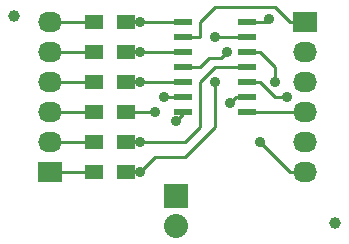
<source format=gbr>
G04 #@! TF.FileFunction,Copper,L1,Top,Signal*
%FSLAX46Y46*%
G04 Gerber Fmt 4.6, Leading zero omitted, Abs format (unit mm)*
G04 Created by KiCad (PCBNEW (after 2015-mar-04 BZR unknown)-product) date 11/2/2016 4:10:58 PM*
%MOMM*%
G01*
G04 APERTURE LIST*
%ADD10C,0.150000*%
%ADD11R,1.500000X1.300000*%
%ADD12R,1.500000X0.600000*%
%ADD13R,2.032000X1.727200*%
%ADD14O,2.032000X1.727200*%
%ADD15R,2.032000X2.032000*%
%ADD16O,2.032000X2.032000*%
%ADD17C,1.000000*%
%ADD18C,0.889000*%
%ADD19C,0.254000*%
G04 APERTURE END LIST*
D10*
D11*
X36910000Y-25400000D03*
X34210000Y-25400000D03*
X36910000Y-27940000D03*
X34210000Y-27940000D03*
X36910000Y-30480000D03*
X34210000Y-30480000D03*
X36910000Y-33020000D03*
X34210000Y-33020000D03*
X36910000Y-35560000D03*
X34210000Y-35560000D03*
X36910000Y-38100000D03*
X34210000Y-38100000D03*
D12*
X41750000Y-25400000D03*
X41750000Y-26670000D03*
X41750000Y-27940000D03*
X41750000Y-29210000D03*
X41750000Y-30480000D03*
X41750000Y-31750000D03*
X41750000Y-33020000D03*
X47150000Y-33020000D03*
X47150000Y-31750000D03*
X47150000Y-30480000D03*
X47150000Y-29210000D03*
X47150000Y-27940000D03*
X47150000Y-26670000D03*
X47150000Y-25400000D03*
D13*
X30480000Y-38100000D03*
D14*
X30480000Y-35560000D03*
X30480000Y-33020000D03*
X30480000Y-30480000D03*
X30480000Y-27940000D03*
X30480000Y-25400000D03*
D13*
X52070000Y-25400000D03*
D14*
X52070000Y-27940000D03*
X52070000Y-30480000D03*
X52070000Y-33020000D03*
X52070000Y-35560000D03*
X52070000Y-38100000D03*
D15*
X41148000Y-40132000D03*
D16*
X41148000Y-42672000D03*
D17*
X27432000Y-24892000D03*
X54610000Y-42418000D03*
D18*
X38100000Y-25400000D03*
X41148000Y-33782000D03*
X38100000Y-27940000D03*
X38100000Y-30480000D03*
X45720000Y-32258000D03*
X39370000Y-33020000D03*
X38100000Y-35560000D03*
X44450000Y-30480000D03*
X44450000Y-26670000D03*
X38100000Y-38100000D03*
X45466000Y-27940000D03*
X40132000Y-31750000D03*
X50546000Y-31750000D03*
X49530000Y-30480000D03*
X48260000Y-35560000D03*
X49022000Y-25146000D03*
D19*
X38100000Y-25400000D02*
X36910000Y-25400000D01*
X41750000Y-25400000D02*
X36910000Y-25400000D01*
X41750000Y-33020000D02*
X41750000Y-33180000D01*
X41750000Y-33180000D02*
X41148000Y-33782000D01*
X38100000Y-27940000D02*
X36910000Y-27940000D01*
X41750000Y-27940000D02*
X36910000Y-27940000D01*
X38100000Y-30480000D02*
X36910000Y-30480000D01*
X36910000Y-30480000D02*
X41910000Y-30480000D01*
X41910000Y-30480000D02*
X41750000Y-30480000D01*
X46228000Y-31750000D02*
X47150000Y-31750000D01*
X45720000Y-32258000D02*
X46228000Y-31750000D01*
X36910000Y-33020000D02*
X39370000Y-33020000D01*
X36910000Y-35560000D02*
X38100000Y-35560000D01*
X38100000Y-35560000D02*
X41910000Y-35560000D01*
X44450000Y-29210000D02*
X47150000Y-29210000D01*
X43180000Y-30480000D02*
X44450000Y-29210000D01*
X43180000Y-34290000D02*
X43180000Y-30480000D01*
X41910000Y-35560000D02*
X43180000Y-34290000D01*
X38100000Y-38100000D02*
X39370000Y-36830000D01*
X39370000Y-36830000D02*
X41910000Y-36830000D01*
X41910000Y-36830000D02*
X44450000Y-34290000D01*
X44450000Y-34290000D02*
X44450000Y-30480000D01*
X44450000Y-26670000D02*
X47150000Y-26670000D01*
X36910000Y-38100000D02*
X38100000Y-38100000D01*
X30480000Y-38100000D02*
X34210000Y-38100000D01*
X30480000Y-35560000D02*
X34210000Y-35560000D01*
X30480000Y-33020000D02*
X34210000Y-33020000D01*
X30480000Y-30480000D02*
X34210000Y-30480000D01*
X34210000Y-27940000D02*
X30480000Y-27940000D01*
X34210000Y-25400000D02*
X30480000Y-25400000D01*
X41750000Y-26670000D02*
X43180000Y-26670000D01*
X50800000Y-25400000D02*
X52070000Y-25400000D01*
X49530000Y-24130000D02*
X50800000Y-25400000D01*
X44450000Y-24130000D02*
X49530000Y-24130000D01*
X43180000Y-25400000D02*
X44450000Y-24130000D01*
X43180000Y-26670000D02*
X43180000Y-25400000D01*
X43942000Y-28448000D02*
X43180000Y-29210000D01*
X44958000Y-28448000D02*
X43942000Y-28448000D01*
X45466000Y-27940000D02*
X44958000Y-28448000D01*
X43180000Y-29210000D02*
X41750000Y-29210000D01*
X41750000Y-29210000D02*
X43180000Y-29210000D01*
X41750000Y-31750000D02*
X40132000Y-31750000D01*
X47150000Y-33020000D02*
X52070000Y-33020000D01*
X50546000Y-31750000D02*
X49530000Y-31750000D01*
X48260000Y-30480000D02*
X47150000Y-30480000D01*
X49530000Y-31750000D02*
X48260000Y-30480000D01*
X47150000Y-27940000D02*
X48260000Y-27940000D01*
X48260000Y-27940000D02*
X49530000Y-29210000D01*
X49530000Y-29210000D02*
X49530000Y-30480000D01*
X52070000Y-38100000D02*
X50800000Y-38100000D01*
X49530000Y-29210000D02*
X48260000Y-27940000D01*
X50800000Y-38100000D02*
X48260000Y-35560000D01*
X48768000Y-25400000D02*
X47150000Y-25400000D01*
X49022000Y-25146000D02*
X48768000Y-25400000D01*
M02*

</source>
